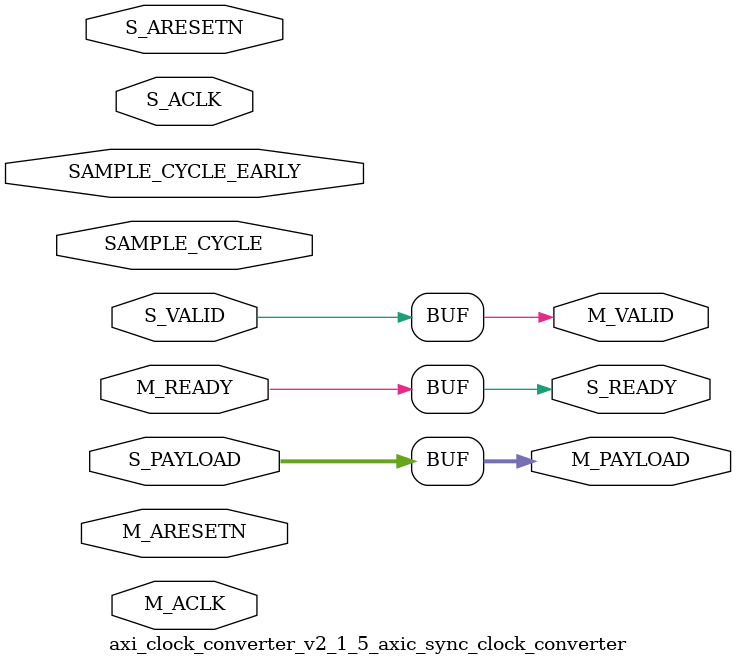
<source format=v>

`timescale 1ps/1ps
`default_nettype none

(* DowngradeIPIdentifiedWarnings="yes" *) 
module axi_clock_converter_v2_1_5_axic_sync_clock_converter # (
///////////////////////////////////////////////////////////////////////////////
// Parameter Definitions
///////////////////////////////////////////////////////////////////////////////
  parameter C_FAMILY     = "virtex6",
  parameter integer C_PAYLOAD_WIDTH = 32,
  parameter integer C_S_ACLK_RATIO = 1,
  parameter integer C_M_ACLK_RATIO = 1 ,
  parameter integer C_MODE = 0  // 0 = light-weight (1-deep); 1 = fully-pipelined (2-deep)
  )
 (
///////////////////////////////////////////////////////////////////////////////
// Port Declarations
///////////////////////////////////////////////////////////////////////////////
  input wire                    SAMPLE_CYCLE_EARLY,
  input wire                    SAMPLE_CYCLE,
  // Slave side
  input  wire                        S_ACLK,
  input  wire                        S_ARESETN,
  input  wire [C_PAYLOAD_WIDTH-1:0] S_PAYLOAD,
  input  wire                        S_VALID,
  output wire                        S_READY,

  // Master side
  input  wire                        M_ACLK,
  input  wire                        M_ARESETN,
  output wire [C_PAYLOAD_WIDTH-1:0] M_PAYLOAD,
  output wire                        M_VALID,
  input  wire                        M_READY
);

////////////////////////////////////////////////////////////////////////////////
// Functions
////////////////////////////////////////////////////////////////////////////////

////////////////////////////////////////////////////////////////////////////////
// Local parameters
////////////////////////////////////////////////////////////////////////////////
localparam [1:0] ZERO = 2'b10;
localparam [1:0] ONE  = 2'b11;
localparam [1:0] TWO  = 2'b01;
localparam [1:0] INIT = 2'b00;
localparam integer P_LIGHT_WT = 0;
localparam integer P_FULLY_REG = 1;

////////////////////////////////////////////////////////////////////////////////
// Wires/Reg declarations
////////////////////////////////////////////////////////////////////////////////

////////////////////////////////////////////////////////////////////////////////
// BEGIN RTL
////////////////////////////////////////////////////////////////////////////////

generate
  if (C_S_ACLK_RATIO == C_M_ACLK_RATIO) begin : gen_passthru
    assign M_PAYLOAD = S_PAYLOAD;
    assign M_VALID   = S_VALID;
    assign S_READY   = M_READY;      
  end else begin : gen_sync_clock_converter
    wire s_sample_cycle;
    wire s_sample_cycle_early;
    wire m_sample_cycle;
    wire m_sample_cycle_early;

    wire slow_aclk;
    wire slow_areset;
    wire s_areset_r;
    wire m_areset_r;
   
    reg  s_tready_r; 
    wire s_tready_ns; 
    reg  m_tvalid_r; 
    wire m_tvalid_ns; 
    reg  [C_PAYLOAD_WIDTH-1:0] m_tpayload_r;
    reg  [C_PAYLOAD_WIDTH-1:0] m_tstorage_r;
    wire [C_PAYLOAD_WIDTH-1:0] m_tpayload_ns; 
    wire [C_PAYLOAD_WIDTH-1:0] m_tstorage_ns; 
    reg  m_tready_hold;
    wire m_tready_sample;
    wire load_tpayload;
    wire load_tstorage;
    wire load_tpayload_from_tstorage;
    reg [1:0] state;
    reg [1:0] next_state;
    
    reg s_aresetn_r = 1'b0; // Reset delay register
    always @(posedge S_ACLK) begin
      if (~S_ARESETN | ~M_ARESETN) begin
        s_aresetn_r <= 1'b0;
      end else begin
        s_aresetn_r <= S_ARESETN & M_ARESETN;
      end
    end
    assign s_areset_r = ~s_aresetn_r;

    reg m_aresetn_r = 1'b0; // Reset delay register
    always @(posedge M_ACLK) begin
      if (~S_ARESETN | ~M_ARESETN) begin
        m_aresetn_r <= 1'b0;
      end else begin
        m_aresetn_r <= S_ARESETN & M_ARESETN;
      end
    end
    assign m_areset_r = ~m_aresetn_r;

    if (C_S_ACLK_RATIO > C_M_ACLK_RATIO) begin : gen_slowclk_mi
      assign slow_aclk = M_ACLK;
    end else begin : gen_slowclk_si
      assign slow_aclk = S_ACLK;
    end
  
    assign slow_areset = (C_S_ACLK_RATIO > C_M_ACLK_RATIO) ? m_areset_r : s_areset_r;
    assign s_sample_cycle_early = (C_S_ACLK_RATIO > C_M_ACLK_RATIO) ? SAMPLE_CYCLE_EARLY : 1'b1;
    assign s_sample_cycle       = (C_S_ACLK_RATIO > C_M_ACLK_RATIO) ? SAMPLE_CYCLE : 1'b1;
    assign m_sample_cycle_early = (C_S_ACLK_RATIO > C_M_ACLK_RATIO) ? 1'b1 : SAMPLE_CYCLE_EARLY;
    assign m_sample_cycle       = (C_S_ACLK_RATIO > C_M_ACLK_RATIO) ? 1'b1 : SAMPLE_CYCLE;

    // Output flop for S_READY, value is encoded into state machine.
    assign s_tready_ns = (C_S_ACLK_RATIO > C_M_ACLK_RATIO) ? state[1] & (state != INIT) : next_state[1];

    always @(posedge S_ACLK) begin 
      if (s_areset_r) begin
        s_tready_r <= 1'b0;
      end
      else begin
        s_tready_r <= s_sample_cycle_early ? s_tready_ns : 1'b0;
      end
    end

    assign S_READY = s_tready_r;

    // Output flop for M_VALID
    assign m_tvalid_ns = next_state[0];

    always @(posedge M_ACLK) begin 
      if (m_areset_r) begin
        m_tvalid_r <= 1'b0;
      end
      else begin
        m_tvalid_r <= m_sample_cycle ? m_tvalid_ns : m_tvalid_r & ~M_READY;
      end
    end

    assign M_VALID = m_tvalid_r;

    // Hold register for M_READY when M_ACLK is fast.
    always @(posedge M_ACLK) begin 
      if (m_areset_r) begin
        m_tready_hold <= 1'b0;
      end
      else begin
        m_tready_hold <= m_sample_cycle ? 1'b0 : m_tready_sample;
      end
    end

    assign m_tready_sample = (M_READY ) | m_tready_hold;
    // Output/storage flops for PAYLOAD
    assign m_tpayload_ns = ~load_tpayload ? m_tpayload_r :
                           load_tpayload_from_tstorage ? m_tstorage_r : 
                           S_PAYLOAD;

    assign m_tstorage_ns = C_MODE ? (load_tstorage ? S_PAYLOAD : m_tstorage_r) : 0;

    always @(posedge slow_aclk) begin 
      m_tpayload_r <= m_tpayload_ns;
      m_tstorage_r <= C_MODE ? m_tstorage_ns : 0;
    end

    assign M_PAYLOAD = m_tpayload_r;

    // load logic
    assign load_tstorage = C_MODE && (state != TWO);
    assign load_tpayload = m_tready_sample || (state == ZERO);
    assign load_tpayload_from_tstorage = C_MODE && (state == TWO) && m_tready_sample;
    
    // State machine
    always @(posedge slow_aclk) begin 
      state <= next_state;
    end

    always @* begin 
      if (slow_areset) begin 
        next_state = INIT;
      end else begin
        case (state)
          INIT: begin
            next_state = ZERO;
          end
          // No transaction stored locally
          ZERO: begin
            if (S_VALID) begin
              next_state = C_MODE ? ONE : TWO; // Push from empty
            end
            else begin
              next_state = ZERO;
            end
          end

          // One transaction stored locally
          ONE: begin
            if (C_MODE == 0) begin
              next_state = TWO;  // State ONE is inaccessible when C_MODE=0
            end 
            else if (m_tready_sample & ~S_VALID) begin 
              next_state = ZERO; // Read out one so move to ZERO
            end
            else if (~m_tready_sample & S_VALID) begin
              next_state = TWO;  // Got another one so move to TWO
            end
            else begin
              next_state = ONE;
            end
          end

          // Storage registers full
          TWO: begin 
            if (m_tready_sample) begin
              next_state = C_MODE ? ONE : ZERO; // Pop from full
            end
            else begin
              next_state = TWO;
            end
          end
        endcase // case (state)
      end
    end
  end // gen_sync_clock_converter
  endgenerate
endmodule

`default_nettype wire


</source>
